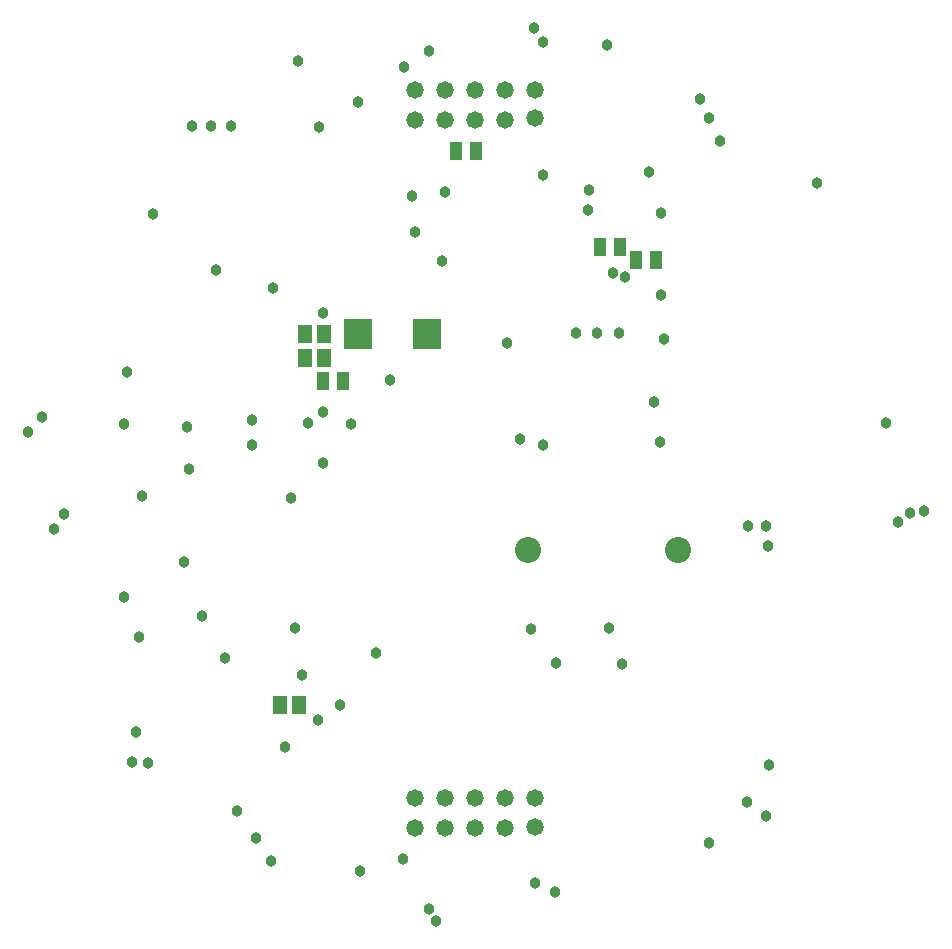
<source format=gbs>
%FSTAX23Y23*%
%MOIN*%
%SFA1B1*%

%IPPOS*%
%ADD18R,0.041470X0.059180*%
%ADD23R,0.045400X0.061150*%
%ADD36C,0.058000*%
%ADD37C,0.086740*%
%ADD38C,0.038000*%
%ADD68R,0.094610X0.100520*%
%LNspeakeasy_audio-1*%
%LPD*%
G54D18*
X02643Y0346D03*
X0271D03*
X03153Y04225D03*
X03086D03*
X03753Y03863D03*
X03686D03*
X03631Y03904D03*
X03564D03*
G54D23*
X02498Y0238D03*
X02561D03*
X02583Y03615D03*
X02646D03*
X02583Y03535D03*
X02646D03*
G54D36*
X02949Y0433D03*
X03049D03*
X03149D03*
X03249D03*
X03349Y04335D03*
Y0443D03*
X03249D03*
X03149D03*
X03049D03*
X02949D03*
Y02068D03*
X03049D03*
X03149D03*
X03249D03*
X03349D03*
Y01973D03*
X03249Y01968D03*
X03149D03*
X03049D03*
X02949D03*
G54D37*
X03324Y02895D03*
X03824D03*
G54D38*
X01745Y02965D03*
X0178Y03015D03*
X0166Y0329D03*
X01705Y0334D03*
X0242Y01935D03*
X04645Y03025D03*
X03375Y0459D03*
X0247Y0186D03*
X039Y04399D03*
X0204Y03075D03*
X0224Y02675D03*
X0218Y02855D03*
X02535Y0307D03*
X02195Y03165D03*
X0219Y03305D03*
X0304Y0386D03*
X0305Y0409D03*
X02949Y03955D03*
X0294Y04075D03*
X04125Y0291D03*
X0406Y02975D03*
X0412D03*
X0364Y02515D03*
X03595Y02635D03*
X0342Y0252D03*
X03335Y02631D03*
X03255Y03585D03*
X02643Y03185D03*
X02737Y03315D03*
X02592Y0332D03*
X03375Y03245D03*
X03765Y03255D03*
X03745Y0339D03*
X0363Y0362D03*
X03555D03*
X03485D03*
X02315Y02535D03*
X0282Y02551D03*
X0255Y02635D03*
X02515Y0224D03*
X02867Y03462D03*
X02628Y04306D03*
X02909Y01865D03*
X03525Y0403D03*
X027Y0238D03*
X0378Y036D03*
X0377Y03745D03*
X0361Y03818D03*
X0365Y03805D03*
X03965Y0426D03*
X0359Y04578D03*
X0256Y04525D03*
X0276Y0439D03*
X02285Y03828D03*
X02475Y03769D03*
X02405Y03245D03*
X02406Y0333D03*
X01978Y0274D03*
X02028Y02605D03*
X03769Y0402D03*
X03729Y04155D03*
X03299Y03265D03*
X01978Y03315D03*
X01988Y0349D03*
X02643Y03355D03*
X03344Y04635D03*
X02912Y04505D03*
X0393Y04334D03*
X02571Y0248D03*
X02625Y0233D03*
X02642Y03685D03*
X03529Y04095D03*
X03374Y04145D03*
X02077Y04015D03*
X03348Y01786D03*
X02335Y04308D03*
X0227Y0431D03*
X02205D03*
X02766Y01826D03*
X03415Y01756D03*
X04558Y0299D03*
X02995Y017D03*
X0393Y0192D03*
X02995Y0456D03*
X046Y0302D03*
X0202Y0229D03*
X02059Y02185D03*
X02355Y02025D03*
X04519Y03319D03*
X0413Y0218D03*
X04055Y02055D03*
X0429Y0412D03*
X0412Y0201D03*
X0302Y0166D03*
X02005Y0219D03*
G54D68*
X02759Y03615D03*
X02989D03*
M02*
</source>
